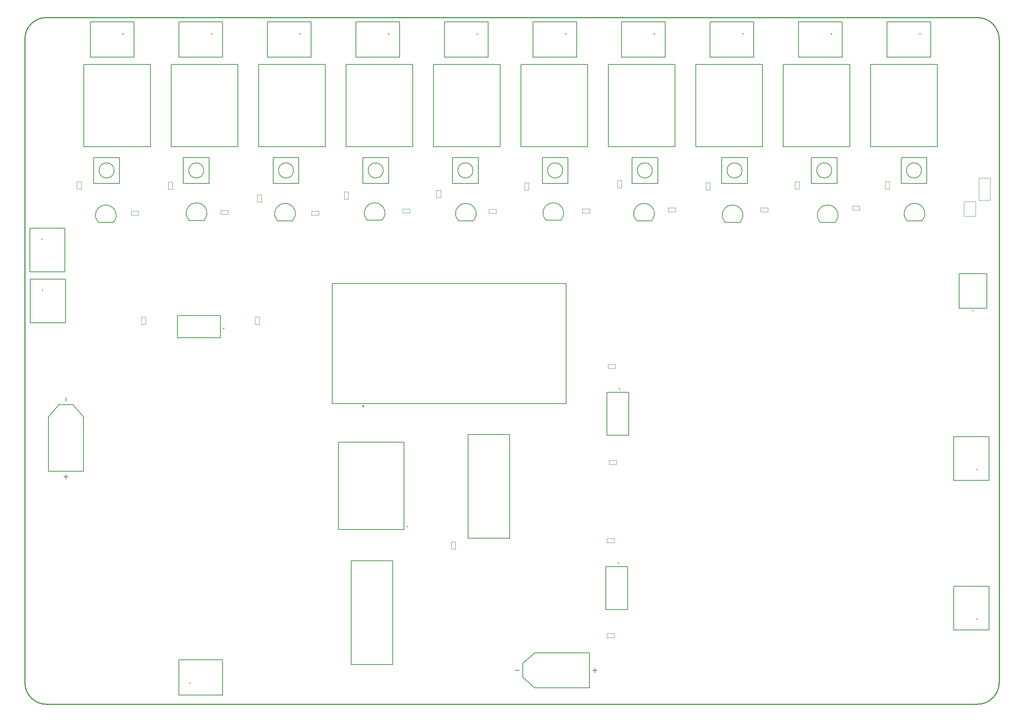
<source format=gbr>
%TF.GenerationSoftware,Altium Limited,Altium Designer,22.1.2 (22)*%
G04 Layer_Color=16711935*
%FSLAX45Y45*%
%MOMM*%
%TF.SameCoordinates,97720CCC-B93B-4F85-99AC-C394CD96EF65*%
%TF.FilePolarity,Positive*%
%TF.FileFunction,Other,Mechanical_13*%
%TF.Part,Single*%
G01*
G75*
%TA.AperFunction,NonConductor*%
%ADD78C,0.20000*%
%ADD79C,0.12700*%
%ADD80C,0.25400*%
%ADD91C,0.28000*%
%ADD92C,0.10000*%
D78*
X-6566800Y-5644000D02*
G03*
X-6566800Y-5644000I-10000J0D01*
G01*
X6575900Y-622300D02*
G03*
X6575900Y-622300I-10000J0D01*
G01*
X5343999Y5816600D02*
G03*
X5343999Y5816600I-10000J0D01*
G01*
X3285817D02*
G03*
X3285817Y5816600I-10000J0D01*
G01*
X1227635D02*
G03*
X1227635Y5816600I-10000J0D01*
G01*
X-10838400Y-1032090D02*
G03*
X-10838400Y-1032090I-10000J0D01*
G01*
X-15052200Y-139700D02*
G03*
X-15052200Y-139700I-10000J0D01*
G01*
X-11623200Y-9283700D02*
G03*
X-11623200Y-9283700I-10000J0D01*
G01*
X-13179640Y5816600D02*
G03*
X-13179640Y5816600I-10000J0D01*
G01*
X-11121458D02*
G03*
X-11121458Y5816600I-10000J0D01*
G01*
X-9063275D02*
G03*
X-9063275Y5816600I-10000J0D01*
G01*
X-7005093D02*
G03*
X-7005093Y5816600I-10000J0D01*
G01*
X-4946911D02*
G03*
X-4946911Y5816600I-10000J0D01*
G01*
X-2888729D02*
G03*
X-2888729Y5816600I-10000J0D01*
G01*
X-830547D02*
G03*
X-830547Y5816600I-10000J0D01*
G01*
X6664800Y-7797800D02*
G03*
X6664800Y-7797800I-10000J0D01*
G01*
X-15064900Y1041400D02*
G03*
X-15064900Y1041400I-10000J0D01*
G01*
X6664800Y-4318000D02*
G03*
X6664800Y-4318000I-10000J0D01*
G01*
X-1663010Y-6495500D02*
G03*
X-1663010Y-6495500I-10000J0D01*
G01*
X-1637610Y-2444200D02*
G03*
X-1637610Y-2444200I-10000J0D01*
G01*
D79*
X-7140466Y2641600D02*
G03*
X-7140466Y2641600I-175500J0D01*
G01*
X3284755D02*
G03*
X3284755Y2641600I-175500J0D01*
G01*
X1199711D02*
G03*
X1199711Y2641600I-175500J0D01*
G01*
X-885334D02*
G03*
X-885334Y2641600I-175500J0D01*
G01*
X-2970378D02*
G03*
X-2970378Y2641600I-175500J0D01*
G01*
X-5055422D02*
G03*
X-5055422Y2641600I-175500J0D01*
G01*
X-9225510D02*
G03*
X-9225510Y2641600I-175500J0D01*
G01*
X-11310554D02*
G03*
X-11310554Y2641600I-175500J0D01*
G01*
X-13395598D02*
G03*
X-13395598Y2641600I-175500J0D01*
G01*
X-3429144Y1613531D02*
G03*
X-3360327Y1481336I391039J119552D01*
G01*
X-3015073D02*
G03*
X-2946256Y1613531I-322222J251748D01*
G01*
X-2946536Y1612283D02*
G03*
X-3428864Y1612283I-241164J33894D01*
G01*
X-13830444Y1562731D02*
G03*
X-13761627Y1430536I391039J119552D01*
G01*
X-13416373D02*
G03*
X-13347556Y1562731I-322222J251748D01*
G01*
X-13347836Y1561483D02*
G03*
X-13830164Y1561483I-241164J33894D01*
G01*
X-11722244Y1612556D02*
G03*
X-11653427Y1480361I391039J119552D01*
G01*
X-11308173D02*
G03*
X-11239356Y1612556I-322222J251748D01*
G01*
X-11239636Y1611308D02*
G03*
X-11721964Y1611308I-241164J33894D01*
G01*
X-9664844Y1600831D02*
G03*
X-9596027Y1468636I391039J119552D01*
G01*
X-9250773D02*
G03*
X-9181956Y1600831I-322222J251748D01*
G01*
X-9182236Y1599583D02*
G03*
X-9664564Y1599583I-241164J33894D01*
G01*
X-7582044Y1613531D02*
G03*
X-7513227Y1481336I391039J119552D01*
G01*
X-7167973D02*
G03*
X-7099156Y1613531I-322222J251748D01*
G01*
X-7099436Y1612283D02*
G03*
X-7581764Y1612283I-241164J33894D01*
G01*
X-1320944Y1600831D02*
G03*
X-1252127Y1468636I391039J119552D01*
G01*
X-906873D02*
G03*
X-838056Y1600831I-322222J251748D01*
G01*
X-838336Y1599583D02*
G03*
X-1320664Y1599583I-241164J33894D01*
G01*
X4965556Y1600831D02*
G03*
X5034373Y1468636I391039J119552D01*
G01*
X5379627D02*
G03*
X5448444Y1600831I-322222J251748D01*
G01*
X5448164Y1599583D02*
G03*
X4965836Y1599583I-241164J33894D01*
G01*
X-5461144Y1600831D02*
G03*
X-5392327Y1468636I391039J119552D01*
G01*
X-5047073D02*
G03*
X-4978256Y1600831I-322222J251748D01*
G01*
X-4978536Y1599583D02*
G03*
X-5460864Y1599583I-241164J33894D01*
G01*
X736456Y1562731D02*
G03*
X805273Y1430536I391039J119552D01*
G01*
X1150527D02*
G03*
X1219344Y1562731I-322222J251748D01*
G01*
X1219064Y1561483D02*
G03*
X736736Y1561483I-241164J33894D01*
G01*
X2946256Y1562731D02*
G03*
X3015073Y1430536I391039J119552D01*
G01*
X3360327D02*
G03*
X3429144Y1562731I-322222J251748D01*
G01*
X3428864Y1561483D02*
G03*
X2946536Y1561483I-241164J33894D01*
G01*
X5369799Y2641600D02*
G03*
X5369799Y2641600I-175500J0D01*
G01*
X5740700Y3197900D02*
Y5107900D01*
X4190700D02*
X5740700D01*
X4190700Y3197900D02*
Y5107900D01*
Y3197900D02*
X5740700D01*
X-7615466Y2941100D02*
X-7016466D01*
Y2342100D02*
Y2941100D01*
X-7615466Y2342100D02*
X-7016466D01*
X-7615466D02*
Y2941100D01*
X-2387300Y3197900D02*
Y5107900D01*
X-3937300D02*
X-2387300D01*
X-3937300Y3197900D02*
Y5107900D01*
Y3197900D02*
X-2387300D01*
X-4419300D02*
Y5107900D01*
X-5969300D02*
X-4419300D01*
X-5969300Y3197900D02*
Y5107900D01*
Y3197900D02*
X-4419300D01*
X-12065300D02*
X-10515300D01*
X-12065300D02*
Y5107900D01*
X-10515300D01*
Y3197900D02*
Y5107900D01*
X-8178800Y-5715000D02*
X-6654800D01*
X-8178800D02*
Y-3683000D01*
X-6654800D01*
Y-5715000D02*
Y-3683000D01*
X6240900Y-569100D02*
Y238900D01*
X6890900D01*
Y-569100D02*
Y238900D01*
X6240900Y-569100D02*
X6890900D01*
X4571999Y5279600D02*
X5587999D01*
X4571999D02*
Y6099600D01*
X5587999D01*
Y5279600D02*
Y6099600D01*
X2513817Y5279600D02*
X3529817D01*
X2513817D02*
Y6099600D01*
X3529817D01*
Y5279600D02*
Y6099600D01*
X1471635Y5279600D02*
Y6099600D01*
X455635D02*
X1471635D01*
X455635Y5279600D02*
Y6099600D01*
Y5279600D02*
X1471635D01*
X-10928400Y-1247090D02*
Y-737090D01*
X-11928400D02*
X-10928400D01*
X-11928400Y-1247090D02*
Y-737090D01*
Y-1247090D02*
X-10928400D01*
X-5171300Y-5919700D02*
X-4201300D01*
X-5171300D02*
Y-3503700D01*
X-4201300D01*
Y-5919700D02*
Y-3503700D01*
X-14525200Y-901700D02*
Y114300D01*
X-15345200Y-901700D02*
X-14525200D01*
X-15345200D02*
Y114300D01*
X-14525200D01*
X-11887200Y-9566700D02*
Y-8746700D01*
Y-9566700D02*
X-10871200D01*
Y-8746700D01*
X-11887200D02*
X-10871200D01*
X-14567999Y-4486800D02*
X-14467999D01*
X-14517999Y-4536800D02*
Y-4436800D01*
Y-2736800D02*
Y-2636800D01*
X-14923000Y-3091800D02*
X-14678000Y-2811800D01*
X-14358000D02*
X-14113000Y-3091800D01*
X-14923000Y-4361800D02*
X-14113000D01*
Y-3091800D01*
X-14678000Y-2811800D02*
X-14358000D01*
X-14923000Y-4361800D02*
Y-3091800D01*
X-13951640Y5279600D02*
X-12935640D01*
X-13951640D02*
Y6099600D01*
X-12935640D01*
Y5279600D02*
Y6099600D01*
X-11893458Y5279600D02*
X-10877458D01*
X-11893458D02*
Y6099600D01*
X-10877458D01*
Y5279600D02*
Y6099600D01*
X-9835275Y5279600D02*
X-8819275D01*
X-9835275D02*
Y6099600D01*
X-8819275D01*
Y5279600D02*
Y6099600D01*
X-6761093Y5279600D02*
Y6099600D01*
X-7777093D02*
X-6761093D01*
X-7777093Y5279600D02*
Y6099600D01*
Y5279600D02*
X-6761093D01*
X-5718911D02*
X-4702911D01*
X-5718911D02*
Y6099600D01*
X-4702911D01*
Y5279600D02*
Y6099600D01*
X-3660729Y5279600D02*
X-2644729D01*
X-3660729D02*
Y6099600D01*
X-2644729D01*
Y5279600D02*
Y6099600D01*
X-1602547Y5279600D02*
X-586547D01*
X-1602547D02*
Y6099600D01*
X-586547D01*
Y5279600D02*
Y6099600D01*
X2809755Y2342100D02*
Y2941100D01*
Y2342100D02*
X3408755D01*
Y2941100D01*
X2809755D02*
X3408755D01*
X2158700Y3197900D02*
X3708700D01*
X2158700D02*
Y5107900D01*
X3708700D01*
Y3197900D02*
Y5107900D01*
X724711Y2342100D02*
Y2941100D01*
Y2342100D02*
X1323711D01*
Y2941100D01*
X724711D02*
X1323711D01*
X-1360334Y2342100D02*
Y2941100D01*
Y2342100D02*
X-761334D01*
Y2941100D01*
X-1360334D02*
X-761334D01*
X-3445378D02*
X-2846378D01*
Y2342100D02*
Y2941100D01*
X-3445378Y2342100D02*
X-2846378D01*
X-3445378D02*
Y2941100D01*
X-5530422D02*
X-4931422D01*
Y2342100D02*
Y2941100D01*
X-5530422Y2342100D02*
X-4931422D01*
X-5530422D02*
Y2941100D01*
X-9700510Y2342100D02*
Y2941100D01*
Y2342100D02*
X-9101510D01*
Y2941100D01*
X-9700510D02*
X-9101510D01*
X-11785554D02*
X-11186554D01*
Y2342100D02*
Y2941100D01*
X-11785554Y2342100D02*
X-11186554D01*
X-11785554D02*
Y2941100D01*
X-13870598Y2342100D02*
Y2941100D01*
Y2342100D02*
X-13271597D01*
Y2941100D01*
X-13870598D02*
X-13271597D01*
X-3359200Y1479900D02*
X-3016200D01*
X-13760500Y1429100D02*
X-13417500D01*
X-11652300Y1478925D02*
X-11309300D01*
X-9594900Y1467200D02*
X-9251900D01*
X-7512100Y1479900D02*
X-7169100D01*
X-1251000Y1467200D02*
X-908000D01*
X5035500D02*
X5378500D01*
X-5391200D02*
X-5048200D01*
X806400Y1429100D02*
X1149400D01*
X3016200D02*
X3359200D01*
X4894799Y2941100D02*
X5493799D01*
Y2342100D02*
Y2941100D01*
X4894799Y2342100D02*
X5493799D01*
X4894799D02*
Y2941100D01*
X-3619200Y-9394600D02*
X-2349200D01*
X-3899200Y-9149600D02*
Y-8829600D01*
X-3619200Y-8584600D02*
X-2349200D01*
Y-9394600D02*
Y-8584600D01*
X-3899200Y-8829600D02*
X-3619200Y-8584600D01*
X-3899200Y-9149600D02*
X-3619200Y-9394600D01*
X-4074200Y-8989600D02*
X-3974200D01*
X-2274200D02*
X-2174200D01*
X-2224200Y-9039600D02*
Y-8939600D01*
X-1905300Y3197900D02*
X-355300D01*
X-1905300D02*
Y5107900D01*
X-355300D01*
Y3197900D02*
Y5107900D01*
X126700Y3197900D02*
X1676700D01*
X126700D02*
Y5107900D01*
X1676700D01*
Y3197900D02*
Y5107900D01*
X-12547300Y3197900D02*
Y5107900D01*
X-14097301D02*
X-12547300D01*
X-14097301Y3197900D02*
Y5107900D01*
Y3197900D02*
X-12547300D01*
X-10033300D02*
X-8483300D01*
X-10033300D02*
Y5107900D01*
X-8483300D01*
Y3197900D02*
Y5107900D01*
X-8001300Y3197900D02*
X-6451300D01*
X-8001300D02*
Y5107900D01*
X-6451300D01*
Y3197900D02*
Y5107900D01*
X-6919100Y-8853400D02*
Y-6437400D01*
X-7889100D02*
X-6919100D01*
X-7889100Y-8853400D02*
Y-6437400D01*
Y-8853400D02*
X-6919100D01*
X6117800Y-8051800D02*
Y-7035800D01*
X6937800D01*
Y-8051800D02*
Y-7035800D01*
X6117800Y-8051800D02*
X6937800D01*
X-14537900Y279400D02*
Y1295400D01*
X-15357899Y279400D02*
X-14537900D01*
X-15357899D02*
Y1295400D01*
X-14537900D01*
X6117800Y-4572000D02*
Y-3556000D01*
X6937800D01*
Y-4572000D02*
Y-3556000D01*
X6117800Y-4572000D02*
X6937800D01*
X-8328400Y-2779300D02*
Y10700D01*
X-2888400D01*
Y-2779300D02*
Y10700D01*
X-8328400Y-2779300D02*
X-2888400D01*
X-1458010Y-7575500D02*
Y-6575500D01*
X-1968010Y-7575500D02*
X-1458010D01*
X-1968010D02*
Y-6575500D01*
X-1458010D01*
X-1432610Y-3524200D02*
Y-2524200D01*
X-1942610Y-3524200D02*
X-1432610D01*
X-1942610D02*
Y-2524200D01*
X-1432610D01*
D80*
X-14973300Y6197600D02*
G03*
X-15468600Y5702300I0J-495300D01*
G01*
X7175500Y5689600D02*
G03*
X6667500Y6197600I-508000J0D01*
G01*
X6667500Y-9779000D02*
G03*
X7175500Y-9271000I0J508000D01*
G01*
X-15468600Y-9279000D02*
G03*
X-14968600Y-9779000I500000J0D01*
G01*
X7175499Y5689600D02*
X7175500Y-9271000D01*
X-14973300Y6197598D02*
X6667500Y6197600D01*
X-14968600Y-9779002D02*
X6667500Y-9779000D01*
X-15468600Y-9279000D02*
Y5715000D01*
D91*
X-7589400Y-2844300D02*
G03*
X-7589400Y-2844300I-14000J0D01*
G01*
D92*
X6700100Y2467300D02*
X6965100D01*
X6700100Y1952300D02*
X6965100D01*
Y2467300D01*
X6700100Y1952300D02*
Y2467300D01*
X-10118600Y-935900D02*
Y-765900D01*
X-10023600Y-935900D02*
Y-765900D01*
X-10118600Y-935900D02*
X-10023600D01*
X-10118600Y-765900D02*
X-10023600D01*
X-5464300Y-6167100D02*
Y-5997100D01*
X-5559300Y-6167100D02*
Y-5997100D01*
X-5464300D01*
X-5559300Y-6167100D02*
X-5464300D01*
X-1939200Y-6016500D02*
X-1769200D01*
X-1939200Y-5921500D02*
X-1769200D01*
Y-6016500D02*
Y-5921500D01*
X-1939200Y-6016500D02*
Y-5921500D01*
Y-8226300D02*
X-1769200D01*
X-1939200Y-8131300D02*
X-1769200D01*
Y-8226300D02*
Y-8131300D01*
X-1939200Y-8226300D02*
Y-8131300D01*
X-1888400Y-4200400D02*
X-1718400D01*
X-1888400Y-4105400D02*
X-1718400D01*
Y-4200400D02*
Y-4105400D01*
X-1888400Y-4200400D02*
Y-4105400D01*
X-1913800Y-1965200D02*
X-1743800D01*
X-1913800Y-1870200D02*
X-1743800D01*
Y-1965200D02*
Y-1870200D01*
X-1913800Y-1965200D02*
Y-1870200D01*
X-8048500Y1972400D02*
Y2142400D01*
X-7953500Y1972400D02*
Y2142400D01*
X-8048500Y1972400D02*
X-7953500D01*
X-8048500Y2142400D02*
X-7953500D01*
X-14258800Y2213700D02*
Y2383700D01*
X-14163800Y2213700D02*
Y2383700D01*
X-14258800Y2213700D02*
X-14163800D01*
X-14258800Y2383700D02*
X-14163800D01*
X-10067800Y1908900D02*
Y2078900D01*
X-9972800Y1908900D02*
Y2078900D01*
X-10067800Y1908900D02*
X-9972800D01*
X-10067800Y2078900D02*
X-9972800D01*
X-12137900Y2201000D02*
Y2371000D01*
X-12042900Y2201000D02*
Y2371000D01*
X-12137900Y2201000D02*
X-12042900D01*
X-12137900Y2371000D02*
X-12042900D01*
X-13002100Y1698500D02*
X-12832100D01*
X-13002100Y1603500D02*
X-12832100D01*
X-13002100D02*
Y1698500D01*
X-12832100Y1603500D02*
Y1698500D01*
X-8809900Y1698500D02*
X-8639900D01*
X-8809900Y1603500D02*
X-8639900D01*
X-8809900D02*
Y1698500D01*
X-8639900Y1603500D02*
Y1698500D01*
X6621700Y1580400D02*
Y1915400D01*
X6357700Y1580400D02*
Y1915400D01*
X6621700D01*
X6357700Y1580400D02*
X6621700D01*
X-2510700Y1749300D02*
X-2340700D01*
X-2510700Y1654300D02*
X-2340700D01*
X-2510700D02*
Y1749300D01*
X-2340700Y1654300D02*
Y1749300D01*
X-10919300Y1711200D02*
X-10749300D01*
X-10919300Y1616200D02*
X-10749300D01*
X-10919300D02*
Y1711200D01*
X-10749300Y1616200D02*
Y1711200D01*
X-516800Y1774700D02*
X-346800D01*
X-516800Y1679700D02*
X-346800D01*
X-516800D02*
Y1774700D01*
X-346800Y1679700D02*
Y1774700D01*
X-4682400Y1736600D02*
X-4512400D01*
X-4682400Y1641600D02*
X-4512400D01*
X-4682400D02*
Y1736600D01*
X-4512400Y1641600D02*
Y1736600D01*
X-6689000Y1749300D02*
X-6519000D01*
X-6689000Y1654300D02*
X-6519000D01*
X-6689000D02*
Y1749300D01*
X-6519000Y1654300D02*
Y1749300D01*
X3763100Y1812800D02*
X3933100D01*
X3763100Y1717800D02*
X3933100D01*
X3763100D02*
Y1812800D01*
X3933100Y1717800D02*
Y1812800D01*
X-1698500Y2239100D02*
Y2409100D01*
X-1603500Y2239100D02*
Y2409100D01*
X-1698500Y2239100D02*
X-1603500D01*
X-1698500Y2409100D02*
X-1603500D01*
X-3857500Y2188300D02*
Y2358300D01*
X-3762500Y2188300D02*
Y2358300D01*
X-3857500Y2188300D02*
X-3762500D01*
X-3857500Y2358300D02*
X-3762500D01*
X-5902200Y2011700D02*
Y2181700D01*
X-5807200Y2011700D02*
Y2181700D01*
X-5902200Y2011700D02*
X-5807200D01*
X-5902200Y2181700D02*
X-5807200D01*
X-12760200Y-935900D02*
Y-765900D01*
X-12665200Y-935900D02*
Y-765900D01*
X-12760200Y-935900D02*
X-12665200D01*
X-12760200Y-765900D02*
X-12665200D01*
X358900Y2188300D02*
Y2358300D01*
X453900Y2188300D02*
Y2358300D01*
X358900Y2188300D02*
X453900D01*
X358900Y2358300D02*
X453900D01*
X4524500Y2213700D02*
Y2383700D01*
X4619500Y2213700D02*
Y2383700D01*
X4524500Y2213700D02*
X4619500D01*
X4524500Y2383700D02*
X4619500D01*
X1799500Y1679700D02*
Y1774700D01*
X1629500Y1679700D02*
Y1774700D01*
Y1679700D02*
X1799500D01*
X1629500Y1774700D02*
X1799500D01*
X2429000Y2383700D02*
X2524000D01*
X2429000Y2213700D02*
X2524000D01*
Y2383700D01*
X2429000Y2213700D02*
Y2383700D01*
%TF.MD5,6fb35069b73a75b47ef264de4125ca2f*%
M02*

</source>
